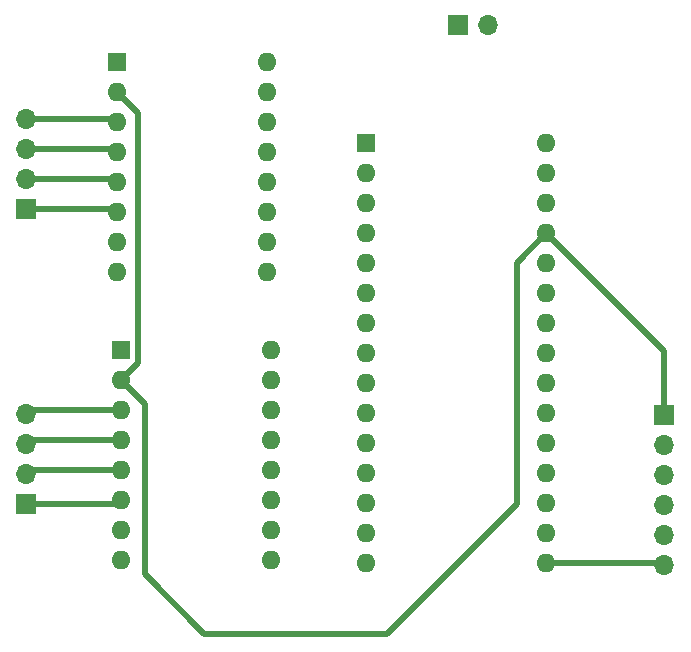
<source format=gtl>
G04 #@! TF.GenerationSoftware,KiCad,Pcbnew,8.0.1*
G04 #@! TF.CreationDate,2024-04-25T13:59:19+02:00*
G04 #@! TF.ProjectId,WritingRobotV2,57726974-696e-4675-926f-626f7456322e,rev?*
G04 #@! TF.SameCoordinates,Original*
G04 #@! TF.FileFunction,Copper,L1,Top*
G04 #@! TF.FilePolarity,Positive*
%FSLAX46Y46*%
G04 Gerber Fmt 4.6, Leading zero omitted, Abs format (unit mm)*
G04 Created by KiCad (PCBNEW 8.0.1) date 2024-04-25 13:59:19*
%MOMM*%
%LPD*%
G01*
G04 APERTURE LIST*
G04 #@! TA.AperFunction,ComponentPad*
%ADD10R,1.700000X1.700000*%
G04 #@! TD*
G04 #@! TA.AperFunction,ComponentPad*
%ADD11O,1.700000X1.700000*%
G04 #@! TD*
G04 #@! TA.AperFunction,ComponentPad*
%ADD12R,1.600000X1.600000*%
G04 #@! TD*
G04 #@! TA.AperFunction,ComponentPad*
%ADD13O,1.600000X1.600000*%
G04 #@! TD*
G04 #@! TA.AperFunction,Conductor*
%ADD14C,0.500000*%
G04 #@! TD*
G04 APERTURE END LIST*
D10*
X131000000Y-77500000D03*
D11*
X131000000Y-80040000D03*
X131000000Y-82580000D03*
X131000000Y-85120000D03*
X131000000Y-87660000D03*
X131000000Y-90200000D03*
D10*
X77000000Y-60040000D03*
D11*
X77000000Y-57500000D03*
X77000000Y-54960000D03*
X77000000Y-52420000D03*
D12*
X84660000Y-47610000D03*
D13*
X84660000Y-50150000D03*
X84660000Y-52690000D03*
X84660000Y-55230000D03*
X84660000Y-57770000D03*
X84660000Y-60310000D03*
X84660000Y-62850000D03*
X84660000Y-65390000D03*
X97360000Y-65390000D03*
X97360000Y-62850000D03*
X97360000Y-60310000D03*
X97360000Y-57770000D03*
X97360000Y-55230000D03*
X97360000Y-52690000D03*
X97360000Y-50150000D03*
X97360000Y-47610000D03*
D10*
X77000000Y-85000000D03*
D11*
X77000000Y-82460000D03*
X77000000Y-79920000D03*
X77000000Y-77380000D03*
D13*
X97700000Y-72000000D03*
X97700000Y-74540000D03*
X97700000Y-77080000D03*
X97700000Y-79620000D03*
X97700000Y-82160000D03*
X97700000Y-84700000D03*
X97700000Y-87240000D03*
X97700000Y-89780000D03*
X85000000Y-89780000D03*
X85000000Y-87240000D03*
X85000000Y-84700000D03*
X85000000Y-82160000D03*
X85000000Y-79620000D03*
X85000000Y-77080000D03*
X85000000Y-74540000D03*
D12*
X85000000Y-72000000D03*
D10*
X113500000Y-44500000D03*
D11*
X116040000Y-44500000D03*
D12*
X105760000Y-54500000D03*
D13*
X105760000Y-57040000D03*
X105760000Y-59580000D03*
X105760000Y-62120000D03*
X105760000Y-64660000D03*
X105760000Y-67200000D03*
X105760000Y-69740000D03*
X105760000Y-72280000D03*
X105760000Y-74820000D03*
X105760000Y-77360000D03*
X105760000Y-79900000D03*
X105760000Y-82440000D03*
X105760000Y-84980000D03*
X105760000Y-87520000D03*
X105760000Y-90060000D03*
X121000000Y-90060000D03*
X121000000Y-87520000D03*
X121000000Y-84980000D03*
X121000000Y-82440000D03*
X121000000Y-79900000D03*
X121000000Y-77360000D03*
X121000000Y-74820000D03*
X121000000Y-72280000D03*
X121000000Y-69740000D03*
X121000000Y-67200000D03*
X121000000Y-64660000D03*
X121000000Y-62120000D03*
X121000000Y-59580000D03*
X121000000Y-57040000D03*
X121000000Y-54500000D03*
D14*
X77300000Y-77080000D02*
X77000000Y-77380000D01*
X85000000Y-77080000D02*
X77300000Y-77080000D01*
X77300000Y-82160000D02*
X77000000Y-82460000D01*
X77300000Y-79620000D02*
X77000000Y-79920000D01*
X85000000Y-82160000D02*
X77300000Y-82160000D01*
X84660000Y-85040000D02*
X85000000Y-84700000D01*
X77040000Y-85040000D02*
X84660000Y-85040000D01*
X77000000Y-85000000D02*
X77040000Y-85040000D01*
X85000000Y-79620000D02*
X77300000Y-79620000D01*
X84390000Y-52420000D02*
X84660000Y-52690000D01*
X77000000Y-52420000D02*
X84390000Y-52420000D01*
X84390000Y-54960000D02*
X84660000Y-55230000D01*
X77000000Y-54960000D02*
X84390000Y-54960000D01*
X84390000Y-57500000D02*
X84660000Y-57770000D01*
X77000000Y-57500000D02*
X84390000Y-57500000D01*
X84390000Y-60040000D02*
X84660000Y-60310000D01*
X77000000Y-60040000D02*
X84390000Y-60040000D01*
X87000000Y-91000000D02*
X87000000Y-76540000D01*
X92000000Y-96000000D02*
X87000000Y-91000000D01*
X87000000Y-76540000D02*
X85000000Y-74540000D01*
X107500000Y-96000000D02*
X92000000Y-96000000D01*
X121000000Y-62120000D02*
X118500000Y-64620000D01*
X118500000Y-64620000D02*
X118500000Y-85000000D01*
X118500000Y-85000000D02*
X107500000Y-96000000D01*
X86450000Y-73090000D02*
X85000000Y-74540000D01*
X86450000Y-51940000D02*
X86450000Y-73090000D01*
X84660000Y-50150000D02*
X86450000Y-51940000D01*
X131000000Y-72120000D02*
X121000000Y-62120000D01*
X131000000Y-77500000D02*
X131000000Y-72120000D01*
X130860000Y-90060000D02*
X121000000Y-90060000D01*
X131000000Y-90200000D02*
X130860000Y-90060000D01*
M02*

</source>
